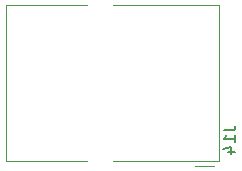
<source format=gbo>
G04 #@! TF.GenerationSoftware,KiCad,Pcbnew,5.1.5+dfsg1-2build2*
G04 #@! TF.CreationDate,2021-09-03T15:31:20+02:00*
G04 #@! TF.ProjectId,Nixie clock tubes driver,4e697869-6520-4636-9c6f-636b20747562,rev?*
G04 #@! TF.SameCoordinates,Original*
G04 #@! TF.FileFunction,Legend,Bot*
G04 #@! TF.FilePolarity,Positive*
%FSLAX46Y46*%
G04 Gerber Fmt 4.6, Leading zero omitted, Abs format (unit mm)*
G04 Created by KiCad (PCBNEW 5.1.5+dfsg1-2build2) date 2021-09-03 15:31:20*
%MOMM*%
%LPD*%
G04 APERTURE LIST*
%ADD10C,0.120000*%
%ADD11C,0.100000*%
%ADD12C,0.150000*%
G04 APERTURE END LIST*
D10*
X45230000Y-106230000D02*
X45230000Y-93030000D01*
X45230000Y-93030000D02*
X36210000Y-93030000D01*
D11*
X27350000Y-93030000D02*
X27230000Y-93030000D01*
D10*
X27230000Y-93030000D02*
X34010000Y-93030000D01*
D11*
X27240000Y-93030000D02*
X27230000Y-93030000D01*
D10*
X27230000Y-93030000D02*
X27230000Y-106230000D01*
X27230000Y-106230000D02*
X34010000Y-106230000D01*
D11*
X36280000Y-106230000D02*
X36210000Y-106230000D01*
D10*
X36210000Y-106230000D02*
X45230000Y-106230000D01*
X43230000Y-106700000D02*
X44760000Y-106700000D01*
D12*
X45612380Y-103660476D02*
X46326666Y-103660476D01*
X46469523Y-103612857D01*
X46564761Y-103517619D01*
X46612380Y-103374761D01*
X46612380Y-103279523D01*
X46612380Y-104660476D02*
X46612380Y-104089047D01*
X46612380Y-104374761D02*
X45612380Y-104374761D01*
X45755238Y-104279523D01*
X45850476Y-104184285D01*
X45898095Y-104089047D01*
X45945714Y-105517619D02*
X46612380Y-105517619D01*
X45564761Y-105279523D02*
X46279047Y-105041428D01*
X46279047Y-105660476D01*
M02*

</source>
